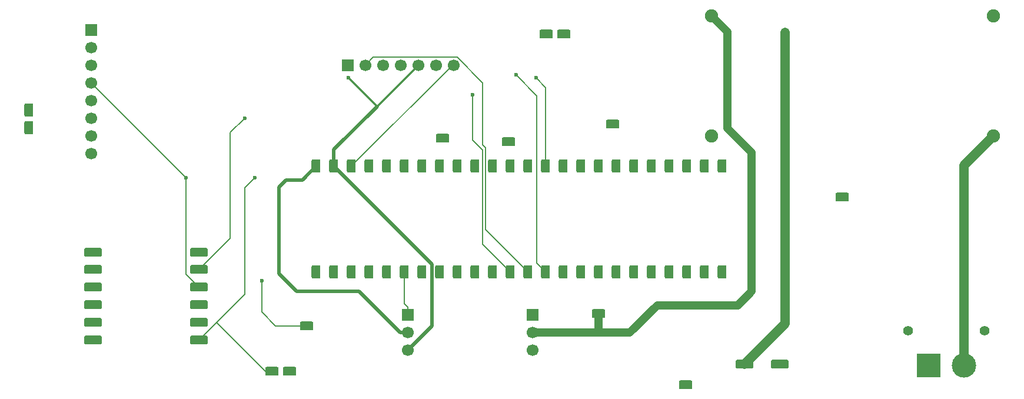
<source format=gbr>
%TF.GenerationSoftware,KiCad,Pcbnew,9.0.1*%
%TF.CreationDate,2025-07-12T13:39:09+10:00*%
%TF.ProjectId,TvcTHTPcb,54766354-4854-4506-9362-2e6b69636164,rev?*%
%TF.SameCoordinates,Original*%
%TF.FileFunction,Copper,L2,Bot*%
%TF.FilePolarity,Positive*%
%FSLAX46Y46*%
G04 Gerber Fmt 4.6, Leading zero omitted, Abs format (unit mm)*
G04 Created by KiCad (PCBNEW 9.0.1) date 2025-07-12 13:39:09*
%MOMM*%
%LPD*%
G01*
G04 APERTURE LIST*
G04 Aperture macros list*
%AMRoundRect*
0 Rectangle with rounded corners*
0 $1 Rounding radius*
0 $2 $3 $4 $5 $6 $7 $8 $9 X,Y pos of 4 corners*
0 Add a 4 corners polygon primitive as box body*
4,1,4,$2,$3,$4,$5,$6,$7,$8,$9,$2,$3,0*
0 Add four circle primitives for the rounded corners*
1,1,$1+$1,$2,$3*
1,1,$1+$1,$4,$5*
1,1,$1+$1,$6,$7*
1,1,$1+$1,$8,$9*
0 Add four rect primitives between the rounded corners*
20,1,$1+$1,$2,$3,$4,$5,0*
20,1,$1+$1,$4,$5,$6,$7,0*
20,1,$1+$1,$6,$7,$8,$9,0*
20,1,$1+$1,$8,$9,$2,$3,0*%
G04 Aperture macros list end*
%TA.AperFunction,ComponentPad*%
%ADD10RoundRect,0.190500X-0.762000X-0.444500X0.762000X-0.444500X0.762000X0.444500X-0.762000X0.444500X0*%
%TD*%
%TA.AperFunction,ComponentPad*%
%ADD11RoundRect,0.190500X0.444500X-0.762000X0.444500X0.762000X-0.444500X0.762000X-0.444500X-0.762000X0*%
%TD*%
%TA.AperFunction,ComponentPad*%
%ADD12R,1.700000X1.700000*%
%TD*%
%TA.AperFunction,ComponentPad*%
%ADD13C,1.700000*%
%TD*%
%TA.AperFunction,ComponentPad*%
%ADD14C,1.905000*%
%TD*%
%TA.AperFunction,ComponentPad*%
%ADD15RoundRect,0.190500X-1.079500X-0.444500X1.079500X-0.444500X1.079500X0.444500X-1.079500X0.444500X0*%
%TD*%
%TA.AperFunction,ComponentPad*%
%ADD16C,3.500000*%
%TD*%
%TA.AperFunction,ComponentPad*%
%ADD17R,3.500000X3.500000*%
%TD*%
%TA.AperFunction,ComponentPad*%
%ADD18C,1.400000*%
%TD*%
%TA.AperFunction,ViaPad*%
%ADD19C,0.600000*%
%TD*%
%TA.AperFunction,Conductor*%
%ADD20C,1.200000*%
%TD*%
%TA.AperFunction,Conductor*%
%ADD21C,1.367030*%
%TD*%
%TA.AperFunction,Conductor*%
%ADD22C,0.200000*%
%TD*%
%TA.AperFunction,Conductor*%
%ADD23C,0.300000*%
%TD*%
%TA.AperFunction,Conductor*%
%ADD24C,0.500000*%
%TD*%
G04 APERTURE END LIST*
D10*
%TO.P,TPSDA1,1,1*%
%TO.N,Net-(J1-Pin_6)*%
X138500000Y-94000000D03*
%TD*%
%TO.P,TPSCL1,1,1*%
%TO.N,Net-(J1-Pin_4)*%
X148000000Y-94500000D03*
%TD*%
%TO.P,TPGND1,1,1*%
%TO.N,Net-(J1-Pin_3)*%
X173500000Y-129500000D03*
%TD*%
%TO.P,TP5V1,1,1*%
%TO.N,Net-(J5-Pin_1)*%
X161000000Y-119212500D03*
%TD*%
D11*
%TO.P,Teensy4.1,48,33*%
%TO.N,Net-(J11-Pin_1)*%
X178780000Y-98000000D03*
%TO.P,Teensy4.1,47,34*%
%TO.N,Net-(J12-Pin_1)*%
X176240000Y-98000000D03*
%TO.P,Teensy4.1,46,35*%
%TO.N,unconnected-(Teensy4.1-35-Pad46)*%
X173700000Y-98000000D03*
%TO.P,Teensy4.1,45,36*%
%TO.N,unconnected-(Teensy4.1-36-Pad45)*%
X171160000Y-98000000D03*
%TO.P,Teensy4.1,44,37*%
%TO.N,unconnected-(Teensy4.1-37-Pad44)*%
X168620000Y-98000000D03*
%TO.P,Teensy4.1,43,38*%
%TO.N,unconnected-(Teensy4.1-38-Pad43)*%
X166080000Y-98000000D03*
%TO.P,Teensy4.1,42,39*%
%TO.N,unconnected-(Teensy4.1-39-Pad42)*%
X163540000Y-98000000D03*
%TO.P,Teensy4.1,41,40*%
%TO.N,unconnected-(Teensy4.1-40-Pad41)*%
X161000000Y-98000000D03*
%TO.P,Teensy4.1,40,41*%
%TO.N,unconnected-(Teensy4.1-41-Pad40)*%
X158460000Y-98000000D03*
%TO.P,Teensy4.1,39,GND*%
%TO.N,unconnected-(Teensy4.1-GND-Pad39)*%
X155920000Y-98000000D03*
%TO.P,Teensy4.1,38,13*%
%TO.N,Net-(J3-Pin_4)*%
X153380000Y-98000000D03*
%TO.P,Teensy4.1,37,14*%
%TO.N,unconnected-(Teensy4.1-14-Pad37)*%
X150840000Y-98000000D03*
%TO.P,Teensy4.1,36,15*%
%TO.N,unconnected-(Teensy4.1-15-Pad36)*%
X148300000Y-98000000D03*
%TO.P,Teensy4.1,35,16*%
%TO.N,unconnected-(Teensy4.1-16-Pad35)*%
X145760000Y-98000000D03*
%TO.P,Teensy4.1,34,17*%
%TO.N,unconnected-(Teensy4.1-17-Pad34)*%
X143220000Y-98000000D03*
%TO.P,Teensy4.1,33,18*%
%TO.N,Net-(J1-Pin_6)*%
X140680000Y-98000000D03*
%TO.P,Teensy4.1,32,19*%
%TO.N,Net-(J1-Pin_4)*%
X138140000Y-98000000D03*
%TO.P,Teensy4.1,31,20*%
%TO.N,unconnected-(Teensy4.1-20-Pad31)*%
X135600000Y-98000000D03*
%TO.P,Teensy4.1,30,21*%
%TO.N,unconnected-(Teensy4.1-21-Pad30)*%
X133060000Y-98000000D03*
%TO.P,Teensy4.1,29,22*%
%TO.N,unconnected-(Teensy4.1-22-Pad29)*%
X130520000Y-98000000D03*
%TO.P,Teensy4.1,28,23*%
%TO.N,unconnected-(Teensy4.1-23-Pad28)*%
X127980000Y-98000000D03*
%TO.P,Teensy4.1,27,3V3*%
%TO.N,Net-(J1-Pin_1)*%
X125440000Y-98000000D03*
%TO.P,Teensy4.1,26,GND*%
%TO.N,Net-(J1-Pin_3)*%
X122900000Y-98000000D03*
%TO.P,Teensy4.1,25,5V*%
%TO.N,Net-(J5-Pin_1)*%
X120360000Y-98000000D03*
%TO.P,Teensy4.1,24,32*%
%TO.N,unconnected-(Teensy4.1-32-Pad24)*%
X178780000Y-113240000D03*
%TO.P,Teensy4.1,23,31*%
%TO.N,unconnected-(Teensy4.1-31-Pad23)*%
X176240000Y-113240000D03*
%TO.P,Teensy4.1,22,30*%
%TO.N,unconnected-(Teensy4.1-30-Pad22)*%
X173700000Y-113240000D03*
%TO.P,Teensy4.1,21,29*%
%TO.N,unconnected-(Teensy4.1-29-Pad21)*%
X171160000Y-113240000D03*
%TO.P,Teensy4.1,20,28*%
%TO.N,unconnected-(Teensy4.1-28-Pad20)*%
X168620000Y-113240000D03*
%TO.P,Teensy4.1,19,27*%
%TO.N,unconnected-(Teensy4.1-27-Pad19)*%
X166080000Y-113240000D03*
%TO.P,Teensy4.1,18,26*%
%TO.N,unconnected-(Teensy4.1-26-Pad18)*%
X163540000Y-113240000D03*
%TO.P,Teensy4.1,17,25*%
%TO.N,unconnected-(Teensy4.1-25-Pad17)*%
X161000000Y-113240000D03*
%TO.P,Teensy4.1,16,24*%
%TO.N,unconnected-(Teensy4.1-24-Pad16)*%
X158460000Y-113240000D03*
%TO.P,Teensy4.1,15,3V3*%
%TO.N,unconnected-(Teensy4.1-3V3-Pad15)*%
X155920000Y-113240000D03*
%TO.P,Teensy4.1,14,12*%
%TO.N,Net-(J3-Pin_3)*%
X153380000Y-113240000D03*
%TO.P,Teensy4.1,13,11*%
%TO.N,Net-(J3-Pin_2)*%
X150840000Y-113240000D03*
%TO.P,Teensy4.1,12,10*%
%TO.N,Net-(J3-Pin_1)*%
X148300000Y-113240000D03*
%TO.P,Teensy4.1,11,9*%
%TO.N,unconnected-(Teensy4.1-9-Pad11)*%
X145760000Y-113240000D03*
%TO.P,Teensy4.1,10,8*%
%TO.N,unconnected-(Teensy4.1-8-Pad10)*%
X143220000Y-113240000D03*
%TO.P,Teensy4.1,9,7*%
%TO.N,unconnected-(Teensy4.1-7-Pad9)*%
X140680000Y-113240000D03*
%TO.P,Teensy4.1,8,6*%
%TO.N,unconnected-(Teensy4.1-6-Pad8)*%
X138140000Y-113240000D03*
%TO.P,Teensy4.1,7,5*%
%TO.N,Net-(J7-Pin_1)*%
X135600000Y-113240000D03*
%TO.P,Teensy4.1,6,4*%
%TO.N,Net-(J6-Pin_1)*%
X133060000Y-113240000D03*
%TO.P,Teensy4.1,5,3*%
%TO.N,unconnected-(Teensy4.1-3-Pad5)*%
X130520000Y-113240000D03*
%TO.P,Teensy4.1,4,2*%
%TO.N,Net-(J13-Pin_1)*%
X127980000Y-113240000D03*
%TO.P,Teensy4.1,3,1*%
%TO.N,unconnected-(Teensy4.1-1-Pad3)*%
X125440000Y-113240000D03*
%TO.P,Teensy4.1,2,0*%
%TO.N,unconnected-(Teensy4.1-0-Pad2)*%
X122900000Y-113240000D03*
%TO.P,Teensy4.1,1,GND*%
%TO.N,unconnected-(Teensy4.1-GND-Pad1)*%
X120360000Y-113240000D03*
%TD*%
D10*
%TO.P,J10,1,Pin_1*%
%TO.N,Net-(J1-Pin_1)*%
X153460000Y-79000000D03*
%TO.P,J10,2,Pin_2*%
%TO.N,Net-(J1-Pin_3)*%
X156000000Y-79000000D03*
%TD*%
D12*
%TO.P,J3,1,Pin_1*%
%TO.N,Net-(J3-Pin_1)*%
X124880000Y-83500000D03*
D13*
%TO.P,J3,2,Pin_2*%
%TO.N,Net-(J3-Pin_2)*%
X127420000Y-83500000D03*
%TO.P,J3,3,Pin_3*%
%TO.N,Net-(J3-Pin_3)*%
X129960000Y-83500000D03*
%TO.P,J3,4,Pin_4*%
%TO.N,Net-(J3-Pin_4)*%
X132500000Y-83500000D03*
%TO.P,J3,5,Pin_5*%
%TO.N,Net-(J1-Pin_3)*%
X135040000Y-83500000D03*
%TO.P,J3,6,Pin_6*%
%TO.N,unconnected-(J3-Pin_6-Pad6)*%
X137580000Y-83500000D03*
%TO.P,J3,7,Pin_7*%
%TO.N,Net-(J1-Pin_1)*%
X140120000Y-83500000D03*
%TD*%
D10*
%TO.P,J13,1,Pin_1*%
%TO.N,Net-(J13-Pin_1)*%
X119000000Y-121000000D03*
%TD*%
D12*
%TO.P,J6,1,Pin_1*%
%TO.N,Net-(J6-Pin_1)*%
X133500000Y-119420000D03*
D13*
%TO.P,J6,2,Pin_2*%
%TO.N,Net-(J5-Pin_1)*%
X133500000Y-121960000D03*
%TO.P,J6,3,Pin_3*%
%TO.N,Net-(J1-Pin_3)*%
X133500000Y-124500000D03*
%TD*%
D10*
%TO.P,J9,1,Pin_1*%
%TO.N,Net-(J1-Pin_1)*%
X113960000Y-127500000D03*
%TO.P,J9,2,Pin_2*%
%TO.N,Net-(J1-Pin_3)*%
X116500000Y-127500000D03*
%TD*%
D14*
%TO.P,J5,1,Pin_1*%
%TO.N,Net-(J5-Pin_1)*%
X177232000Y-76365500D03*
%TO.P,J5,2,Pin_2*%
%TO.N,Net-(J1-Pin_3)*%
X177232000Y-93634500D03*
%TO.P,J5,3,Pin_3*%
%TO.N,Net-(J5-Pin_3)*%
X217768000Y-76365500D03*
%TO.P,J5,4,Pin_4*%
%TO.N,Net-(J4-Pin_2)*%
X217768000Y-93634500D03*
%TD*%
D12*
%TO.P,J7,1,Pin_1*%
%TO.N,Net-(J7-Pin_1)*%
X151500000Y-119420000D03*
D13*
%TO.P,J7,2,Pin_2*%
%TO.N,Net-(J5-Pin_1)*%
X151500000Y-121960000D03*
%TO.P,J7,3,Pin_3*%
%TO.N,Net-(J1-Pin_3)*%
X151500000Y-124500000D03*
%TD*%
D10*
%TO.P,J12,1,Pin_1*%
%TO.N,Net-(J12-Pin_1)*%
X163000000Y-91945000D03*
%TD*%
D11*
%TO.P,J8,1,Pin_1*%
%TO.N,Net-(J1-Pin_3)*%
X79000000Y-92500000D03*
%TO.P,J8,2,Pin_2*%
%TO.N,Net-(J1-Pin_1)*%
X79000000Y-89960000D03*
%TD*%
D15*
%TO.P,J2,1,Pin_1*%
%TO.N,unconnected-(J2-Pin_1-Pad1)*%
X88260000Y-110380000D03*
%TO.P,J2,2,Pin_2*%
%TO.N,unconnected-(J2-Pin_2-Pad2)*%
X88260000Y-112840000D03*
%TO.P,J2,3,Pin_3*%
%TO.N,unconnected-(J2-Pin_3-Pad3)*%
X88260000Y-115380000D03*
%TO.P,J2,4,Pin_4*%
%TO.N,unconnected-(J2-Pin_4-Pad4)*%
X88260000Y-117920000D03*
%TO.P,J2,5,Pin_5*%
%TO.N,unconnected-(J2-Pin_5-Pad5)*%
X88260000Y-120460000D03*
%TO.P,J2,6,Pin_6*%
%TO.N,unconnected-(J2-Pin_6-Pad6)*%
X88260000Y-123000000D03*
%TO.P,J2,7,Pin_7*%
%TO.N,unconnected-(J2-Pin_7-Pad7)*%
X103500000Y-110380000D03*
%TO.P,J2,8,Pin_8*%
%TO.N,Net-(J1-Pin_6)*%
X103500000Y-112840000D03*
%TO.P,J2,9,Pin_9*%
%TO.N,Net-(J1-Pin_4)*%
X103500000Y-115380000D03*
%TO.P,J2,10,Pin_10*%
%TO.N,Net-(J1-Pin_3)*%
X103500000Y-117920000D03*
%TO.P,J2,11,Pin_11*%
%TO.N,unconnected-(J2-Pin_11-Pad11)*%
X103500000Y-120460000D03*
%TO.P,J2,12,Pin_12*%
%TO.N,Net-(J1-Pin_1)*%
X103500000Y-123000000D03*
%TD*%
%TO.P,Fuse1,1*%
%TO.N,Net-(J5-Pin_3)*%
X181990000Y-126500000D03*
%TO.P,Fuse1,2*%
%TO.N,Net-(J4-Pin_1)*%
X187000000Y-126500000D03*
%TD*%
D16*
%TO.P,J4,2,Pin_2*%
%TO.N,Net-(J4-Pin_2)*%
X213500000Y-126650000D03*
D17*
%TO.P,J4,1,Pin_1*%
%TO.N,Net-(J4-Pin_1)*%
X208500000Y-126650000D03*
D18*
%TO.P,J4,*%
%TO.N,*%
X216500000Y-121650000D03*
X205500000Y-121650000D03*
%TD*%
D12*
%TO.P,J1,1,Pin_1*%
%TO.N,Net-(J1-Pin_1)*%
X88000000Y-78380000D03*
D13*
%TO.P,J1,2,Pin_2*%
%TO.N,unconnected-(J1-Pin_2-Pad2)*%
X88000000Y-80920000D03*
%TO.P,J1,3,Pin_3*%
%TO.N,Net-(J1-Pin_3)*%
X88000000Y-83460000D03*
%TO.P,J1,4,Pin_4*%
%TO.N,Net-(J1-Pin_4)*%
X88000000Y-86000000D03*
%TO.P,J1,5,Pin_5*%
%TO.N,unconnected-(J1-Pin_5-Pad5)*%
X88000000Y-88540000D03*
%TO.P,J1,6,Pin_6*%
%TO.N,Net-(J1-Pin_6)*%
X88000000Y-91080000D03*
%TO.P,J1,7,Pin_7*%
%TO.N,unconnected-(J1-Pin_7-Pad7)*%
X88000000Y-93620000D03*
%TO.P,J1,8,Pin_8*%
%TO.N,unconnected-(J1-Pin_8-Pad8)*%
X88000000Y-96160000D03*
%TD*%
D10*
%TO.P,J11,1,Pin_1*%
%TO.N,Net-(J11-Pin_1)*%
X196000000Y-102500000D03*
%TD*%
D19*
%TO.N,Net-(J5-Pin_3)*%
X187811700Y-78759500D03*
%TO.N,Net-(J1-Pin_1)*%
X111500000Y-99649600D03*
%TO.N,Net-(J1-Pin_6)*%
X110063900Y-91080000D03*
%TO.N,Net-(J1-Pin_3)*%
X125015400Y-85285100D03*
%TO.N,Net-(J1-Pin_4)*%
X101649600Y-99649600D03*
%TO.N,Net-(J3-Pin_1)*%
X142826000Y-87712400D03*
%TO.N,Net-(J3-Pin_4)*%
X151997300Y-85291100D03*
%TO.N,Net-(J3-Pin_3)*%
X149097000Y-84887300D03*
%TO.N,Net-(J13-Pin_1)*%
X112500000Y-114500000D03*
%TD*%
D20*
%TO.N,Net-(J5-Pin_1)*%
X165460000Y-121960000D02*
X161000000Y-121960000D01*
X161000000Y-119212500D02*
X161000000Y-121960000D01*
X183000000Y-96069510D02*
X183000000Y-116000000D01*
D21*
%TO.N,Net-(J5-Pin_3)*%
X187811700Y-78759500D02*
X187811700Y-120678300D01*
X187811700Y-120678300D02*
X181990000Y-126500000D01*
D22*
%TO.N,Net-(J1-Pin_1)*%
X139940000Y-83500000D02*
X140120000Y-83500000D01*
X111500000Y-99649600D02*
X110063900Y-101085700D01*
X110063900Y-116436100D02*
X106000000Y-120500000D01*
X106000000Y-120500000D02*
X113000000Y-127500000D01*
X110063900Y-101085700D02*
X110063900Y-116436100D01*
X113000000Y-127500000D02*
X113960000Y-127500000D01*
X125440000Y-98000000D02*
X139940000Y-83500000D01*
X106000000Y-120500000D02*
X103500000Y-123000000D01*
%TO.N,Net-(J1-Pin_6)*%
X107977500Y-108362500D02*
X107977500Y-93166400D01*
X107977500Y-93166400D02*
X110063900Y-91080000D01*
X103500000Y-112840000D02*
X107977500Y-108362500D01*
D23*
%TO.N,Net-(J1-Pin_3)*%
X129135200Y-89404800D02*
X125015400Y-85285100D01*
D24*
X137000000Y-121000000D02*
X137000000Y-112100000D01*
X133500000Y-124500000D02*
X137000000Y-121000000D01*
X129135200Y-89404800D02*
X122900000Y-95640000D01*
D23*
X135040000Y-83500000D02*
X129135200Y-89404800D01*
D24*
X122900000Y-95640000D02*
X122900000Y-98000000D01*
X137000000Y-112100000D02*
X122900000Y-98000000D01*
D22*
%TO.N,Net-(J1-Pin_4)*%
X101649600Y-113529600D02*
X103500000Y-115380000D01*
X101649600Y-99649600D02*
X101649600Y-113529600D01*
X88000000Y-86000000D02*
X101649600Y-99649600D01*
%TO.N,Net-(J3-Pin_1)*%
X144290000Y-95711700D02*
X142826000Y-94247700D01*
X142826000Y-94247700D02*
X142826000Y-87712400D01*
X144290000Y-109230000D02*
X144290000Y-95711700D01*
X148300000Y-113240000D02*
X144290000Y-109230000D01*
%TO.N,Net-(J3-Pin_4)*%
X151997300Y-85291100D02*
X153380000Y-86673800D01*
X153380000Y-86673800D02*
X153380000Y-98000000D01*
%TO.N,Net-(J3-Pin_2)*%
X144456300Y-95109800D02*
X144290000Y-94943500D01*
X144456300Y-95109800D02*
X144290000Y-94943500D01*
X144290000Y-94943500D02*
X144290000Y-86032000D01*
X128575000Y-82345000D02*
X127420000Y-83500000D01*
X150840000Y-113240000D02*
X144691700Y-107091700D01*
X140603000Y-82345000D02*
X128575000Y-82345000D01*
X144290000Y-86032000D02*
X140603000Y-82345000D01*
X144691700Y-107091700D02*
X144691700Y-95345200D01*
X144691700Y-95345200D02*
X144456300Y-95109800D01*
%TO.N,Net-(J3-Pin_3)*%
X152110000Y-87900300D02*
X149097000Y-84887300D01*
X153380000Y-113240000D02*
X152110000Y-111970000D01*
X152110000Y-111970000D02*
X152110000Y-87900300D01*
D21*
%TO.N,Net-(J4-Pin_2)*%
X213500000Y-97902500D02*
X213500000Y-126650000D01*
X217768000Y-93634500D02*
X213500000Y-97902500D01*
D20*
%TO.N,Net-(J5-Pin_1)*%
X161000000Y-121960000D02*
X151500000Y-121960000D01*
X179500000Y-92569510D02*
X183000000Y-96069510D01*
D24*
X133500000Y-121960000D02*
X132460000Y-121960000D01*
X116000000Y-100000000D02*
X118360000Y-100000000D01*
X117500000Y-116000000D02*
X115000000Y-113500000D01*
D20*
X169420000Y-118000000D02*
X181000000Y-118000000D01*
D24*
X132460000Y-121960000D02*
X126500000Y-116000000D01*
X118360000Y-100000000D02*
X120360000Y-98000000D01*
X126500000Y-116000000D02*
X117500000Y-116000000D01*
D20*
X181000000Y-118000000D02*
X183000000Y-116000000D01*
X179500000Y-78633500D02*
X179500000Y-92569510D01*
D24*
X115000000Y-113500000D02*
X115000000Y-101000000D01*
D20*
X165460000Y-121960000D02*
X169420000Y-118000000D01*
X177232000Y-76365500D02*
X179500000Y-78633500D01*
D24*
X115000000Y-101000000D02*
X116000000Y-100000000D01*
D22*
%TO.N,Net-(J6-Pin_1)*%
X133500000Y-118268300D02*
X133060000Y-117828300D01*
X133060000Y-117828300D02*
X133060000Y-113240000D01*
X133500000Y-119420000D02*
X133500000Y-118268300D01*
%TO.N,Net-(J13-Pin_1)*%
X112500000Y-114500000D02*
X112500000Y-119000000D01*
X112500000Y-119000000D02*
X114500000Y-121000000D01*
X114500000Y-121000000D02*
X119000000Y-121000000D01*
%TD*%
M02*

</source>
